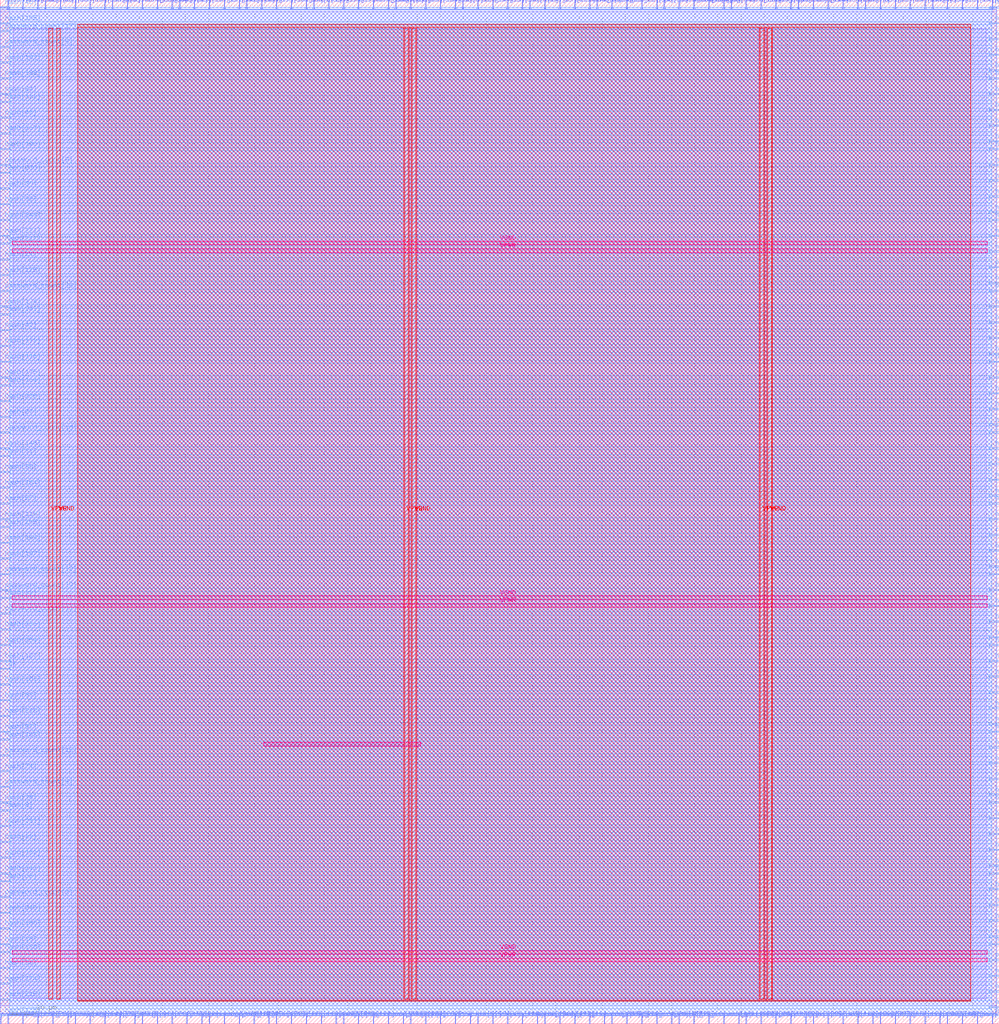
<source format=lef>
VERSION 5.7 ;
  NOWIREEXTENSIONATPIN ON ;
  DIVIDERCHAR "/" ;
  BUSBITCHARS "[]" ;
MACRO password_cracker
  CLASS BLOCK ;
  FOREIGN password_cracker ;
  ORIGIN 0.000 0.000 ;
  SIZE 431.480 BY 442.200 ;
  PIN VGND
    DIRECTION INOUT ;
    USE GROUND ;
    PORT
      LAYER met4 ;
        RECT 24.340 10.640 25.940 430.000 ;
    END
    PORT
      LAYER met4 ;
        RECT 177.940 10.640 179.540 430.000 ;
    END
    PORT
      LAYER met4 ;
        RECT 331.540 10.640 333.140 430.000 ;
    END
    PORT
      LAYER met5 ;
        RECT 5.280 30.030 426.200 31.630 ;
    END
    PORT
      LAYER met5 ;
        RECT 5.280 183.210 426.200 184.810 ;
    END
    PORT
      LAYER met5 ;
        RECT 5.280 336.390 426.200 337.990 ;
    END
  END VGND
  PIN VPWR
    DIRECTION INOUT ;
    USE POWER ;
    PORT
      LAYER met4 ;
        RECT 21.040 10.640 22.640 430.000 ;
    END
    PORT
      LAYER met4 ;
        RECT 174.640 10.640 176.240 430.000 ;
    END
    PORT
      LAYER met4 ;
        RECT 328.240 10.640 329.840 430.000 ;
    END
    PORT
      LAYER met5 ;
        RECT 5.280 26.730 426.200 28.330 ;
    END
    PORT
      LAYER met5 ;
        RECT 5.280 179.910 426.200 181.510 ;
    END
    PORT
      LAYER met5 ;
        RECT 5.280 333.090 426.200 334.690 ;
    END
  END VPWR
  PIN clk
    DIRECTION INPUT ;
    USE SIGNAL ;
    PORT
      LAYER met3 ;
        RECT 0.000 153.040 4.000 153.640 ;
    END
  END clk
  PIN cracked
    DIRECTION OUTPUT TRISTATE ;
    USE SIGNAL ;
    PORT
      LAYER met3 ;
        RECT 427.480 255.040 431.480 255.640 ;
    END
  END cracked
  PIN done
    DIRECTION OUTPUT TRISTATE ;
    USE SIGNAL ;
    PORT
      LAYER met2 ;
        RECT 196.510 0.000 196.790 4.000 ;
    END
  END done
  PIN hash[0]
    DIRECTION INPUT ;
    USE SIGNAL ;
    PORT
      LAYER met3 ;
        RECT 427.480 302.640 431.480 303.240 ;
    END
  END hash[0]
  PIN hash[100]
    DIRECTION INPUT ;
    USE SIGNAL ;
    PORT
      LAYER met2 ;
        RECT 177.190 0.000 177.470 4.000 ;
    END
  END hash[100]
  PIN hash[101]
    DIRECTION INPUT ;
    USE SIGNAL ;
    PORT
      LAYER met3 ;
        RECT 0.000 146.240 4.000 146.840 ;
    END
  END hash[101]
  PIN hash[102]
    DIRECTION INPUT ;
    USE SIGNAL ;
    PORT
      LAYER met2 ;
        RECT 119.230 438.200 119.510 442.200 ;
    END
  END hash[102]
  PIN hash[103]
    DIRECTION INPUT ;
    USE SIGNAL ;
    PORT
      LAYER met3 ;
        RECT 0.000 122.440 4.000 123.040 ;
    END
  END hash[103]
  PIN hash[104]
    DIRECTION INPUT ;
    USE SIGNAL ;
    PORT
      LAYER met3 ;
        RECT 0.000 275.440 4.000 276.040 ;
    END
  END hash[104]
  PIN hash[105]
    DIRECTION INPUT ;
    USE SIGNAL ;
    PORT
      LAYER met3 ;
        RECT 0.000 431.840 4.000 432.440 ;
    END
  END hash[105]
  PIN hash[106]
    DIRECTION INPUT ;
    USE SIGNAL ;
    PORT
      LAYER met3 ;
        RECT 427.480 248.240 431.480 248.840 ;
    END
  END hash[106]
  PIN hash[107]
    DIRECTION INPUT ;
    USE SIGNAL ;
    PORT
      LAYER met2 ;
        RECT 83.810 438.200 84.090 442.200 ;
    END
  END hash[107]
  PIN hash[108]
    DIRECTION INPUT ;
    USE SIGNAL ;
    PORT
      LAYER met2 ;
        RECT 67.710 438.200 67.990 442.200 ;
    END
  END hash[108]
  PIN hash[109]
    DIRECTION INPUT ;
    USE SIGNAL ;
    PORT
      LAYER met3 ;
        RECT 0.000 207.440 4.000 208.040 ;
    END
  END hash[109]
  PIN hash[10]
    DIRECTION INPUT ;
    USE SIGNAL ;
    PORT
      LAYER met2 ;
        RECT 219.050 438.200 219.330 442.200 ;
    END
  END hash[10]
  PIN hash[110]
    DIRECTION INPUT ;
    USE SIGNAL ;
    PORT
      LAYER met3 ;
        RECT 0.000 217.640 4.000 218.240 ;
    END
  END hash[110]
  PIN hash[111]
    DIRECTION INPUT ;
    USE SIGNAL ;
    PORT
      LAYER met3 ;
        RECT 427.480 187.040 431.480 187.640 ;
    END
  END hash[111]
  PIN hash[112]
    DIRECTION INPUT ;
    USE SIGNAL ;
    PORT
      LAYER met2 ;
        RECT 322.090 438.200 322.370 442.200 ;
    END
  END hash[112]
  PIN hash[113]
    DIRECTION INPUT ;
    USE SIGNAL ;
    PORT
      LAYER met3 ;
        RECT 427.480 258.440 431.480 259.040 ;
    END
  END hash[113]
  PIN hash[114]
    DIRECTION INPUT ;
    USE SIGNAL ;
    PORT
      LAYER met2 ;
        RECT 103.130 438.200 103.410 442.200 ;
    END
  END hash[114]
  PIN hash[115]
    DIRECTION INPUT ;
    USE SIGNAL ;
    PORT
      LAYER met2 ;
        RECT 421.910 0.000 422.190 4.000 ;
    END
  END hash[115]
  PIN hash[116]
    DIRECTION INPUT ;
    USE SIGNAL ;
    PORT
      LAYER met3 ;
        RECT 0.000 285.640 4.000 286.240 ;
    END
  END hash[116]
  PIN hash[117]
    DIRECTION INPUT ;
    USE SIGNAL ;
    PORT
      LAYER met3 ;
        RECT 427.480 278.840 431.480 279.440 ;
    END
  END hash[117]
  PIN hash[118]
    DIRECTION INPUT ;
    USE SIGNAL ;
    PORT
      LAYER met3 ;
        RECT 427.480 163.240 431.480 163.840 ;
    END
  END hash[118]
  PIN hash[119]
    DIRECTION INPUT ;
    USE SIGNAL ;
    PORT
      LAYER met2 ;
        RECT 132.110 0.000 132.390 4.000 ;
    END
  END hash[119]
  PIN hash[11]
    DIRECTION INPUT ;
    USE SIGNAL ;
    PORT
      LAYER met2 ;
        RECT 409.030 438.200 409.310 442.200 ;
    END
  END hash[11]
  PIN hash[120]
    DIRECTION INPUT ;
    USE SIGNAL ;
    PORT
      LAYER met2 ;
        RECT 51.610 0.000 51.890 4.000 ;
    END
  END hash[120]
  PIN hash[121]
    DIRECTION INPUT ;
    USE SIGNAL ;
    PORT
      LAYER met2 ;
        RECT 74.150 438.200 74.430 442.200 ;
    END
  END hash[121]
  PIN hash[122]
    DIRECTION INPUT ;
    USE SIGNAL ;
    PORT
      LAYER met2 ;
        RECT 9.750 438.200 10.030 442.200 ;
    END
  END hash[122]
  PIN hash[123]
    DIRECTION INPUT ;
    USE SIGNAL ;
    PORT
      LAYER met2 ;
        RECT 264.130 438.200 264.410 442.200 ;
    END
  END hash[123]
  PIN hash[124]
    DIRECTION INPUT ;
    USE SIGNAL ;
    PORT
      LAYER met2 ;
        RECT 293.110 0.000 293.390 4.000 ;
    END
  END hash[124]
  PIN hash[125]
    DIRECTION INPUT ;
    USE SIGNAL ;
    PORT
      LAYER met3 ;
        RECT 0.000 323.040 4.000 323.640 ;
    END
  END hash[125]
  PIN hash[126]
    DIRECTION INPUT ;
    USE SIGNAL ;
    PORT
      LAYER met3 ;
        RECT 427.480 20.440 431.480 21.040 ;
    END
  END hash[126]
  PIN hash[127]
    DIRECTION INPUT ;
    USE SIGNAL ;
    PORT
      LAYER met3 ;
        RECT 0.000 156.440 4.000 157.040 ;
    END
  END hash[127]
  PIN hash[128]
    DIRECTION INPUT ;
    USE SIGNAL ;
    PORT
      LAYER met2 ;
        RECT 318.870 0.000 319.150 4.000 ;
    END
  END hash[128]
  PIN hash[129]
    DIRECTION INPUT ;
    USE SIGNAL ;
    PORT
      LAYER met3 ;
        RECT 427.480 309.440 431.480 310.040 ;
    END
  END hash[129]
  PIN hash[12]
    DIRECTION INPUT ;
    USE SIGNAL ;
    PORT
      LAYER met2 ;
        RECT 392.930 0.000 393.210 4.000 ;
    END
  END hash[12]
  PIN hash[130]
    DIRECTION INPUT ;
    USE SIGNAL ;
    PORT
      LAYER met3 ;
        RECT 0.000 30.640 4.000 31.240 ;
    END
  END hash[130]
  PIN hash[131]
    DIRECTION INPUT ;
    USE SIGNAL ;
    PORT
      LAYER met2 ;
        RECT 231.930 0.000 232.210 4.000 ;
    END
  END hash[131]
  PIN hash[132]
    DIRECTION INPUT ;
    USE SIGNAL ;
    PORT
      LAYER met3 ;
        RECT 0.000 397.840 4.000 398.440 ;
    END
  END hash[132]
  PIN hash[133]
    DIRECTION INPUT ;
    USE SIGNAL ;
    PORT
      LAYER met3 ;
        RECT 427.480 411.440 431.480 412.040 ;
    END
  END hash[133]
  PIN hash[134]
    DIRECTION INPUT ;
    USE SIGNAL ;
    PORT
      LAYER met3 ;
        RECT 0.000 309.440 4.000 310.040 ;
    END
  END hash[134]
  PIN hash[135]
    DIRECTION INPUT ;
    USE SIGNAL ;
    PORT
      LAYER met3 ;
        RECT 0.000 3.440 4.000 4.040 ;
    END
  END hash[135]
  PIN hash[136]
    DIRECTION INPUT ;
    USE SIGNAL ;
    PORT
      LAYER met2 ;
        RECT 399.370 0.000 399.650 4.000 ;
    END
  END hash[136]
  PIN hash[137]
    DIRECTION INPUT ;
    USE SIGNAL ;
    PORT
      LAYER met2 ;
        RECT 38.730 438.200 39.010 442.200 ;
    END
  END hash[137]
  PIN hash[138]
    DIRECTION INPUT ;
    USE SIGNAL ;
    PORT
      LAYER met3 ;
        RECT 427.480 380.840 431.480 381.440 ;
    END
  END hash[138]
  PIN hash[139]
    DIRECTION INPUT ;
    USE SIGNAL ;
    PORT
      LAYER met2 ;
        RECT 167.530 438.200 167.810 442.200 ;
    END
  END hash[139]
  PIN hash[13]
    DIRECTION INPUT ;
    USE SIGNAL ;
    PORT
      LAYER met2 ;
        RECT 212.610 438.200 212.890 442.200 ;
    END
  END hash[13]
  PIN hash[140]
    DIRECTION INPUT ;
    USE SIGNAL ;
    PORT
      LAYER met3 ;
        RECT 427.480 394.440 431.480 395.040 ;
    END
  END hash[140]
  PIN hash[141]
    DIRECTION INPUT ;
    USE SIGNAL ;
    PORT
      LAYER met2 ;
        RECT 96.690 438.200 96.970 442.200 ;
    END
  END hash[141]
  PIN hash[142]
    DIRECTION INPUT ;
    USE SIGNAL ;
    PORT
      LAYER met2 ;
        RECT 260.910 0.000 261.190 4.000 ;
    END
  END hash[142]
  PIN hash[143]
    DIRECTION INPUT ;
    USE SIGNAL ;
    PORT
      LAYER met2 ;
        RECT 363.950 0.000 364.230 4.000 ;
    END
  END hash[143]
  PIN hash[144]
    DIRECTION INPUT ;
    USE SIGNAL ;
    PORT
      LAYER met2 ;
        RECT 206.170 438.200 206.450 442.200 ;
    END
  END hash[144]
  PIN hash[145]
    DIRECTION INPUT ;
    USE SIGNAL ;
    PORT
      LAYER met3 ;
        RECT 427.480 6.840 431.480 7.440 ;
    END
  END hash[145]
  PIN hash[146]
    DIRECTION INPUT ;
    USE SIGNAL ;
    PORT
      LAYER met3 ;
        RECT 427.480 431.840 431.480 432.440 ;
    END
  END hash[146]
  PIN hash[147]
    DIRECTION INPUT ;
    USE SIGNAL ;
    PORT
      LAYER met3 ;
        RECT 427.480 193.840 431.480 194.440 ;
    END
  END hash[147]
  PIN hash[148]
    DIRECTION INPUT ;
    USE SIGNAL ;
    PORT
      LAYER met3 ;
        RECT 0.000 248.240 4.000 248.840 ;
    END
  END hash[148]
  PIN hash[149]
    DIRECTION INPUT ;
    USE SIGNAL ;
    PORT
      LAYER met2 ;
        RECT 138.550 0.000 138.830 4.000 ;
    END
  END hash[149]
  PIN hash[14]
    DIRECTION INPUT ;
    USE SIGNAL ;
    PORT
      LAYER met2 ;
        RECT 277.010 438.200 277.290 442.200 ;
    END
  END hash[14]
  PIN hash[150]
    DIRECTION INPUT ;
    USE SIGNAL ;
    PORT
      LAYER met3 ;
        RECT 427.480 346.840 431.480 347.440 ;
    END
  END hash[150]
  PIN hash[151]
    DIRECTION INPUT ;
    USE SIGNAL ;
    PORT
      LAYER met3 ;
        RECT 427.480 285.640 431.480 286.240 ;
    END
  END hash[151]
  PIN hash[152]
    DIRECTION INPUT ;
    USE SIGNAL ;
    PORT
      LAYER met3 ;
        RECT 0.000 71.440 4.000 72.040 ;
    END
  END hash[152]
  PIN hash[153]
    DIRECTION INPUT ;
    USE SIGNAL ;
    PORT
      LAYER met2 ;
        RECT 380.050 0.000 380.330 4.000 ;
    END
  END hash[153]
  PIN hash[154]
    DIRECTION INPUT ;
    USE SIGNAL ;
    PORT
      LAYER met2 ;
        RECT 161.090 438.200 161.370 442.200 ;
    END
  END hash[154]
  PIN hash[155]
    DIRECTION INPUT ;
    USE SIGNAL ;
    PORT
      LAYER met2 ;
        RECT 135.330 438.200 135.610 442.200 ;
    END
  END hash[155]
  PIN hash[156]
    DIRECTION INPUT ;
    USE SIGNAL ;
    PORT
      LAYER met2 ;
        RECT 109.570 0.000 109.850 4.000 ;
    END
  END hash[156]
  PIN hash[157]
    DIRECTION INPUT ;
    USE SIGNAL ;
    PORT
      LAYER met3 ;
        RECT 427.480 350.240 431.480 350.840 ;
    END
  END hash[157]
  PIN hash[158]
    DIRECTION INPUT ;
    USE SIGNAL ;
    PORT
      LAYER met3 ;
        RECT 427.480 88.440 431.480 89.040 ;
    END
  END hash[158]
  PIN hash[159]
    DIRECTION INPUT ;
    USE SIGNAL ;
    PORT
      LAYER met2 ;
        RECT 370.390 0.000 370.670 4.000 ;
    END
  END hash[159]
  PIN hash[15]
    DIRECTION INPUT ;
    USE SIGNAL ;
    PORT
      LAYER met2 ;
        RECT 351.070 0.000 351.350 4.000 ;
    END
  END hash[15]
  PIN hash[160]
    DIRECTION INPUT ;
    USE SIGNAL ;
    PORT
      LAYER met3 ;
        RECT 427.480 51.040 431.480 51.640 ;
    END
  END hash[160]
  PIN hash[161]
    DIRECTION INPUT ;
    USE SIGNAL ;
    PORT
      LAYER met3 ;
        RECT 427.480 418.240 431.480 418.840 ;
    END
  END hash[161]
  PIN hash[162]
    DIRECTION INPUT ;
    USE SIGNAL ;
    PORT
      LAYER met2 ;
        RECT 16.190 438.200 16.470 442.200 ;
    END
  END hash[162]
  PIN hash[163]
    DIRECTION INPUT ;
    USE SIGNAL ;
    PORT
      LAYER met3 ;
        RECT 427.480 68.040 431.480 68.640 ;
    END
  END hash[163]
  PIN hash[164]
    DIRECTION INPUT ;
    USE SIGNAL ;
    PORT
      LAYER met3 ;
        RECT 0.000 231.240 4.000 231.840 ;
    END
  END hash[164]
  PIN hash[165]
    DIRECTION INPUT ;
    USE SIGNAL ;
    PORT
      LAYER met2 ;
        RECT 334.970 438.200 335.250 442.200 ;
    END
  END hash[165]
  PIN hash[166]
    DIRECTION INPUT ;
    USE SIGNAL ;
    PORT
      LAYER met2 ;
        RECT 96.690 0.000 96.970 4.000 ;
    END
  END hash[166]
  PIN hash[167]
    DIRECTION INPUT ;
    USE SIGNAL ;
    PORT
      LAYER met2 ;
        RECT 106.350 438.200 106.630 442.200 ;
    END
  END hash[167]
  PIN hash[168]
    DIRECTION INPUT ;
    USE SIGNAL ;
    PORT
      LAYER met2 ;
        RECT 183.630 438.200 183.910 442.200 ;
    END
  END hash[168]
  PIN hash[169]
    DIRECTION INPUT ;
    USE SIGNAL ;
    PORT
      LAYER met3 ;
        RECT 427.480 234.640 431.480 235.240 ;
    END
  END hash[169]
  PIN hash[16]
    DIRECTION INPUT ;
    USE SIGNAL ;
    PORT
      LAYER met2 ;
        RECT 190.070 0.000 190.350 4.000 ;
    END
  END hash[16]
  PIN hash[170]
    DIRECTION INPUT ;
    USE SIGNAL ;
    PORT
      LAYER met3 ;
        RECT 427.480 74.840 431.480 75.440 ;
    END
  END hash[170]
  PIN hash[171]
    DIRECTION INPUT ;
    USE SIGNAL ;
    PORT
      LAYER met2 ;
        RECT 116.010 0.000 116.290 4.000 ;
    END
  END hash[171]
  PIN hash[172]
    DIRECTION INPUT ;
    USE SIGNAL ;
    PORT
      LAYER met2 ;
        RECT 373.610 438.200 373.890 442.200 ;
    END
  END hash[172]
  PIN hash[173]
    DIRECTION INPUT ;
    USE SIGNAL ;
    PORT
      LAYER met2 ;
        RECT 141.770 438.200 142.050 442.200 ;
    END
  END hash[173]
  PIN hash[174]
    DIRECTION INPUT ;
    USE SIGNAL ;
    PORT
      LAYER met3 ;
        RECT 0.000 17.040 4.000 17.640 ;
    END
  END hash[174]
  PIN hash[175]
    DIRECTION INPUT ;
    USE SIGNAL ;
    PORT
      LAYER met3 ;
        RECT 0.000 278.840 4.000 279.440 ;
    END
  END hash[175]
  PIN hash[176]
    DIRECTION INPUT ;
    USE SIGNAL ;
    PORT
      LAYER met3 ;
        RECT 427.480 377.440 431.480 378.040 ;
    END
  END hash[176]
  PIN hash[177]
    DIRECTION INPUT ;
    USE SIGNAL ;
    PORT
      LAYER met2 ;
        RECT 154.650 0.000 154.930 4.000 ;
    END
  END hash[177]
  PIN hash[178]
    DIRECTION INPUT ;
    USE SIGNAL ;
    PORT
      LAYER met3 ;
        RECT 427.480 125.840 431.480 126.440 ;
    END
  END hash[178]
  PIN hash[179]
    DIRECTION INPUT ;
    USE SIGNAL ;
    PORT
      LAYER met3 ;
        RECT 0.000 292.440 4.000 293.040 ;
    END
  END hash[179]
  PIN hash[17]
    DIRECTION INPUT ;
    USE SIGNAL ;
    PORT
      LAYER met2 ;
        RECT 148.210 438.200 148.490 442.200 ;
    END
  END hash[17]
  PIN hash[180]
    DIRECTION INPUT ;
    USE SIGNAL ;
    PORT
      LAYER met3 ;
        RECT 427.480 129.240 431.480 129.840 ;
    END
  END hash[180]
  PIN hash[181]
    DIRECTION INPUT ;
    USE SIGNAL ;
    PORT
      LAYER met2 ;
        RECT 103.130 0.000 103.410 4.000 ;
    END
  END hash[181]
  PIN hash[182]
    DIRECTION INPUT ;
    USE SIGNAL ;
    PORT
      LAYER met3 ;
        RECT 427.480 136.040 431.480 136.640 ;
    END
  END hash[182]
  PIN hash[183]
    DIRECTION INPUT ;
    USE SIGNAL ;
    PORT
      LAYER met2 ;
        RECT 199.730 438.200 200.010 442.200 ;
    END
  END hash[183]
  PIN hash[184]
    DIRECTION INPUT ;
    USE SIGNAL ;
    PORT
      LAYER met2 ;
        RECT 428.350 438.200 428.630 442.200 ;
    END
  END hash[184]
  PIN hash[185]
    DIRECTION INPUT ;
    USE SIGNAL ;
    PORT
      LAYER met3 ;
        RECT 427.480 387.640 431.480 388.240 ;
    END
  END hash[185]
  PIN hash[186]
    DIRECTION INPUT ;
    USE SIGNAL ;
    PORT
      LAYER met3 ;
        RECT 0.000 40.840 4.000 41.440 ;
    END
  END hash[186]
  PIN hash[187]
    DIRECTION INPUT ;
    USE SIGNAL ;
    PORT
      LAYER met2 ;
        RECT 409.030 0.000 409.310 4.000 ;
    END
  END hash[187]
  PIN hash[188]
    DIRECTION INPUT ;
    USE SIGNAL ;
    PORT
      LAYER met3 ;
        RECT 0.000 408.040 4.000 408.640 ;
    END
  END hash[188]
  PIN hash[189]
    DIRECTION INPUT ;
    USE SIGNAL ;
    PORT
      LAYER met2 ;
        RECT 22.630 0.000 22.910 4.000 ;
    END
  END hash[189]
  PIN hash[18]
    DIRECTION INPUT ;
    USE SIGNAL ;
    PORT
      LAYER met3 ;
        RECT 0.000 34.040 4.000 34.640 ;
    END
  END hash[18]
  PIN hash[190]
    DIRECTION INPUT ;
    USE SIGNAL ;
    PORT
      LAYER met3 ;
        RECT 0.000 377.440 4.000 378.040 ;
    END
  END hash[190]
  PIN hash[191]
    DIRECTION INPUT ;
    USE SIGNAL ;
    PORT
      LAYER met2 ;
        RECT 90.250 438.200 90.530 442.200 ;
    END
  END hash[191]
  PIN hash[192]
    DIRECTION INPUT ;
    USE SIGNAL ;
    PORT
      LAYER met3 ;
        RECT 0.000 414.840 4.000 415.440 ;
    END
  END hash[192]
  PIN hash[193]
    DIRECTION INPUT ;
    USE SIGNAL ;
    PORT
      LAYER met2 ;
        RECT 402.590 438.200 402.870 442.200 ;
    END
  END hash[193]
  PIN hash[194]
    DIRECTION INPUT ;
    USE SIGNAL ;
    PORT
      LAYER met3 ;
        RECT 427.480 13.640 431.480 14.240 ;
    END
  END hash[194]
  PIN hash[195]
    DIRECTION INPUT ;
    USE SIGNAL ;
    PORT
      LAYER met3 ;
        RECT 427.480 295.840 431.480 296.440 ;
    END
  END hash[195]
  PIN hash[196]
    DIRECTION INPUT ;
    USE SIGNAL ;
    PORT
      LAYER met3 ;
        RECT 427.480 112.240 431.480 112.840 ;
    END
  END hash[196]
  PIN hash[197]
    DIRECTION INPUT ;
    USE SIGNAL ;
    PORT
      LAYER met3 ;
        RECT 0.000 200.640 4.000 201.240 ;
    END
  END hash[197]
  PIN hash[198]
    DIRECTION INPUT ;
    USE SIGNAL ;
    PORT
      LAYER met2 ;
        RECT 225.490 438.200 225.770 442.200 ;
    END
  END hash[198]
  PIN hash[199]
    DIRECTION INPUT ;
    USE SIGNAL ;
    PORT
      LAYER met2 ;
        RECT 74.150 0.000 74.430 4.000 ;
    END
  END hash[199]
  PIN hash[19]
    DIRECTION INPUT ;
    USE SIGNAL ;
    PORT
      LAYER met2 ;
        RECT 248.030 0.000 248.310 4.000 ;
    END
  END hash[19]
  PIN hash[1]
    DIRECTION INPUT ;
    USE SIGNAL ;
    PORT
      LAYER met2 ;
        RECT 312.430 0.000 312.710 4.000 ;
    END
  END hash[1]
  PIN hash[200]
    DIRECTION INPUT ;
    USE SIGNAL ;
    PORT
      LAYER met2 ;
        RECT 392.930 438.200 393.210 442.200 ;
    END
  END hash[200]
  PIN hash[201]
    DIRECTION INPUT ;
    USE SIGNAL ;
    PORT
      LAYER met2 ;
        RECT 132.110 438.200 132.390 442.200 ;
    END
  END hash[201]
  PIN hash[202]
    DIRECTION INPUT ;
    USE SIGNAL ;
    PORT
      LAYER met2 ;
        RECT 183.630 0.000 183.910 4.000 ;
    END
  END hash[202]
  PIN hash[203]
    DIRECTION INPUT ;
    USE SIGNAL ;
    PORT
      LAYER met3 ;
        RECT 427.480 3.440 431.480 4.040 ;
    END
  END hash[203]
  PIN hash[204]
    DIRECTION INPUT ;
    USE SIGNAL ;
    PORT
      LAYER met2 ;
        RECT 405.810 0.000 406.090 4.000 ;
    END
  END hash[204]
  PIN hash[205]
    DIRECTION INPUT ;
    USE SIGNAL ;
    PORT
      LAYER met3 ;
        RECT 0.000 214.240 4.000 214.840 ;
    END
  END hash[205]
  PIN hash[206]
    DIRECTION INPUT ;
    USE SIGNAL ;
    PORT
      LAYER met3 ;
        RECT 427.480 340.040 431.480 340.640 ;
    END
  END hash[206]
  PIN hash[207]
    DIRECTION INPUT ;
    USE SIGNAL ;
    PORT
      LAYER met3 ;
        RECT 0.000 384.240 4.000 384.840 ;
    END
  END hash[207]
  PIN hash[208]
    DIRECTION INPUT ;
    USE SIGNAL ;
    PORT
      LAYER met3 ;
        RECT 427.480 44.240 431.480 44.840 ;
    END
  END hash[208]
  PIN hash[209]
    DIRECTION INPUT ;
    USE SIGNAL ;
    PORT
      LAYER met2 ;
        RECT 219.050 0.000 219.330 4.000 ;
    END
  END hash[209]
  PIN hash[20]
    DIRECTION INPUT ;
    USE SIGNAL ;
    PORT
      LAYER met2 ;
        RECT 328.530 438.200 328.810 442.200 ;
    END
  END hash[20]
  PIN hash[210]
    DIRECTION INPUT ;
    USE SIGNAL ;
    PORT
      LAYER met2 ;
        RECT 257.690 438.200 257.970 442.200 ;
    END
  END hash[210]
  PIN hash[211]
    DIRECTION INPUT ;
    USE SIGNAL ;
    PORT
      LAYER met2 ;
        RECT 67.710 0.000 67.990 4.000 ;
    END
  END hash[211]
  PIN hash[212]
    DIRECTION INPUT ;
    USE SIGNAL ;
    PORT
      LAYER met2 ;
        RECT 241.590 0.000 241.870 4.000 ;
    END
  END hash[212]
  PIN hash[213]
    DIRECTION INPUT ;
    USE SIGNAL ;
    PORT
      LAYER met2 ;
        RECT 334.970 0.000 335.250 4.000 ;
    END
  END hash[213]
  PIN hash[214]
    DIRECTION INPUT ;
    USE SIGNAL ;
    PORT
      LAYER met3 ;
        RECT 427.480 37.440 431.480 38.040 ;
    END
  END hash[214]
  PIN hash[215]
    DIRECTION INPUT ;
    USE SIGNAL ;
    PORT
      LAYER met3 ;
        RECT 0.000 10.240 4.000 10.840 ;
    END
  END hash[215]
  PIN hash[216]
    DIRECTION INPUT ;
    USE SIGNAL ;
    PORT
      LAYER met3 ;
        RECT 427.480 241.440 431.480 242.040 ;
    END
  END hash[216]
  PIN hash[217]
    DIRECTION INPUT ;
    USE SIGNAL ;
    PORT
      LAYER met3 ;
        RECT 0.000 336.640 4.000 337.240 ;
    END
  END hash[217]
  PIN hash[218]
    DIRECTION INPUT ;
    USE SIGNAL ;
    PORT
      LAYER met3 ;
        RECT 0.000 132.640 4.000 133.240 ;
    END
  END hash[218]
  PIN hash[219]
    DIRECTION INPUT ;
    USE SIGNAL ;
    PORT
      LAYER met2 ;
        RECT 341.410 438.200 341.690 442.200 ;
    END
  END hash[219]
  PIN hash[21]
    DIRECTION INPUT ;
    USE SIGNAL ;
    PORT
      LAYER met2 ;
        RECT 283.450 0.000 283.730 4.000 ;
    END
  END hash[21]
  PIN hash[220]
    DIRECTION INPUT ;
    USE SIGNAL ;
    PORT
      LAYER met2 ;
        RECT 363.950 438.200 364.230 442.200 ;
    END
  END hash[220]
  PIN hash[221]
    DIRECTION INPUT ;
    USE SIGNAL ;
    PORT
      LAYER met3 ;
        RECT 0.000 340.040 4.000 340.640 ;
    END
  END hash[221]
  PIN hash[222]
    DIRECTION INPUT ;
    USE SIGNAL ;
    PORT
      LAYER met3 ;
        RECT 427.480 57.840 431.480 58.440 ;
    END
  END hash[222]
  PIN hash[223]
    DIRECTION INPUT ;
    USE SIGNAL ;
    PORT
      LAYER met3 ;
        RECT 427.480 204.040 431.480 204.640 ;
    END
  END hash[223]
  PIN hash[224]
    DIRECTION INPUT ;
    USE SIGNAL ;
    PORT
      LAYER met3 ;
        RECT 427.480 227.840 431.480 228.440 ;
    END
  END hash[224]
  PIN hash[225]
    DIRECTION INPUT ;
    USE SIGNAL ;
    PORT
      LAYER met2 ;
        RECT 61.270 438.200 61.550 442.200 ;
    END
  END hash[225]
  PIN hash[226]
    DIRECTION INPUT ;
    USE SIGNAL ;
    PORT
      LAYER met3 ;
        RECT 427.480 425.040 431.480 425.640 ;
    END
  END hash[226]
  PIN hash[227]
    DIRECTION INPUT ;
    USE SIGNAL ;
    PORT
      LAYER met2 ;
        RECT 241.590 438.200 241.870 442.200 ;
    END
  END hash[227]
  PIN hash[228]
    DIRECTION INPUT ;
    USE SIGNAL ;
    PORT
      LAYER met2 ;
        RECT 167.530 0.000 167.810 4.000 ;
    END
  END hash[228]
  PIN hash[229]
    DIRECTION INPUT ;
    USE SIGNAL ;
    PORT
      LAYER met3 ;
        RECT 427.480 272.040 431.480 272.640 ;
    END
  END hash[229]
  PIN hash[22]
    DIRECTION INPUT ;
    USE SIGNAL ;
    PORT
      LAYER met2 ;
        RECT 380.050 438.200 380.330 442.200 ;
    END
  END hash[22]
  PIN hash[230]
    DIRECTION INPUT ;
    USE SIGNAL ;
    PORT
      LAYER met3 ;
        RECT 0.000 170.040 4.000 170.640 ;
    END
  END hash[230]
  PIN hash[231]
    DIRECTION INPUT ;
    USE SIGNAL ;
    PORT
      LAYER met2 ;
        RECT 170.750 438.200 171.030 442.200 ;
    END
  END hash[231]
  PIN hash[232]
    DIRECTION INPUT ;
    USE SIGNAL ;
    PORT
      LAYER met2 ;
        RECT 173.970 0.000 174.250 4.000 ;
    END
  END hash[232]
  PIN hash[233]
    DIRECTION INPUT ;
    USE SIGNAL ;
    PORT
      LAYER met2 ;
        RECT 347.850 0.000 348.130 4.000 ;
    END
  END hash[233]
  PIN hash[234]
    DIRECTION INPUT ;
    USE SIGNAL ;
    PORT
      LAYER met3 ;
        RECT 427.480 265.240 431.480 265.840 ;
    END
  END hash[234]
  PIN hash[235]
    DIRECTION INPUT ;
    USE SIGNAL ;
    PORT
      LAYER met2 ;
        RECT 376.830 0.000 377.110 4.000 ;
    END
  END hash[235]
  PIN hash[236]
    DIRECTION INPUT ;
    USE SIGNAL ;
    PORT
      LAYER met3 ;
        RECT 0.000 367.240 4.000 367.840 ;
    END
  END hash[236]
  PIN hash[237]
    DIRECTION INPUT ;
    USE SIGNAL ;
    PORT
      LAYER met2 ;
        RECT 9.750 0.000 10.030 4.000 ;
    END
  END hash[237]
  PIN hash[238]
    DIRECTION INPUT ;
    USE SIGNAL ;
    PORT
      LAYER met3 ;
        RECT 0.000 268.640 4.000 269.240 ;
    END
  END hash[238]
  PIN hash[239]
    DIRECTION INPUT ;
    USE SIGNAL ;
    PORT
      LAYER met2 ;
        RECT 148.210 0.000 148.490 4.000 ;
    END
  END hash[239]
  PIN hash[23]
    DIRECTION INPUT ;
    USE SIGNAL ;
    PORT
      LAYER met3 ;
        RECT 427.480 319.640 431.480 320.240 ;
    END
  END hash[23]
  PIN hash[240]
    DIRECTION INPUT ;
    USE SIGNAL ;
    PORT
      LAYER met2 ;
        RECT 270.570 0.000 270.850 4.000 ;
    END
  END hash[240]
  PIN hash[241]
    DIRECTION INPUT ;
    USE SIGNAL ;
    PORT
      LAYER met3 ;
        RECT 0.000 306.040 4.000 306.640 ;
    END
  END hash[241]
  PIN hash[242]
    DIRECTION INPUT ;
    USE SIGNAL ;
    PORT
      LAYER met3 ;
        RECT 0.000 64.640 4.000 65.240 ;
    END
  END hash[242]
  PIN hash[243]
    DIRECTION INPUT ;
    USE SIGNAL ;
    PORT
      LAYER met3 ;
        RECT 427.480 81.640 431.480 82.240 ;
    END
  END hash[243]
  PIN hash[244]
    DIRECTION INPUT ;
    USE SIGNAL ;
    PORT
      LAYER met3 ;
        RECT 427.480 149.640 431.480 150.240 ;
    END
  END hash[244]
  PIN hash[245]
    DIRECTION INPUT ;
    USE SIGNAL ;
    PORT
      LAYER met3 ;
        RECT 0.000 47.640 4.000 48.240 ;
    END
  END hash[245]
  PIN hash[246]
    DIRECTION INPUT ;
    USE SIGNAL ;
    PORT
      LAYER met2 ;
        RECT 351.070 438.200 351.350 442.200 ;
    END
  END hash[246]
  PIN hash[247]
    DIRECTION INPUT ;
    USE SIGNAL ;
    PORT
      LAYER met2 ;
        RECT 228.710 438.200 228.990 442.200 ;
    END
  END hash[247]
  PIN hash[248]
    DIRECTION INPUT ;
    USE SIGNAL ;
    PORT
      LAYER met3 ;
        RECT 427.480 142.840 431.480 143.440 ;
    END
  END hash[248]
  PIN hash[249]
    DIRECTION INPUT ;
    USE SIGNAL ;
    PORT
      LAYER met3 ;
        RECT 0.000 346.840 4.000 347.440 ;
    END
  END hash[249]
  PIN hash[24]
    DIRECTION INPUT ;
    USE SIGNAL ;
    PORT
      LAYER met3 ;
        RECT 0.000 329.840 4.000 330.440 ;
    END
  END hash[24]
  PIN hash[250]
    DIRECTION INPUT ;
    USE SIGNAL ;
    PORT
      LAYER met2 ;
        RECT 264.130 0.000 264.410 4.000 ;
    END
  END hash[250]
  PIN hash[251]
    DIRECTION INPUT ;
    USE SIGNAL ;
    PORT
      LAYER met3 ;
        RECT 0.000 85.040 4.000 85.640 ;
    END
  END hash[251]
  PIN hash[252]
    DIRECTION INPUT ;
    USE SIGNAL ;
    PORT
      LAYER met2 ;
        RECT 3.310 438.200 3.590 442.200 ;
    END
  END hash[252]
  PIN hash[253]
    DIRECTION INPUT ;
    USE SIGNAL ;
    PORT
      LAYER met2 ;
        RECT 45.170 438.200 45.450 442.200 ;
    END
  END hash[253]
  PIN hash[254]
    DIRECTION INPUT ;
    USE SIGNAL ;
    PORT
      LAYER met3 ;
        RECT 0.000 163.240 4.000 163.840 ;
    END
  END hash[254]
  PIN hash[255]
    DIRECTION INPUT ;
    USE SIGNAL ;
    PORT
      LAYER met2 ;
        RECT 299.550 438.200 299.830 442.200 ;
    END
  END hash[255]
  PIN hash[25]
    DIRECTION INPUT ;
    USE SIGNAL ;
    PORT
      LAYER met2 ;
        RECT 45.170 0.000 45.450 4.000 ;
    END
  END hash[25]
  PIN hash[26]
    DIRECTION INPUT ;
    USE SIGNAL ;
    PORT
      LAYER met3 ;
        RECT 0.000 95.240 4.000 95.840 ;
    END
  END hash[26]
  PIN hash[27]
    DIRECTION INPUT ;
    USE SIGNAL ;
    PORT
      LAYER met3 ;
        RECT 0.000 261.840 4.000 262.440 ;
    END
  END hash[27]
  PIN hash[28]
    DIRECTION INPUT ;
    USE SIGNAL ;
    PORT
      LAYER met3 ;
        RECT 427.480 166.640 431.480 167.240 ;
    END
  END hash[28]
  PIN hash[29]
    DIRECTION INPUT ;
    USE SIGNAL ;
    PORT
      LAYER met3 ;
        RECT 0.000 78.240 4.000 78.840 ;
    END
  END hash[29]
  PIN hash[2]
    DIRECTION INPUT ;
    USE SIGNAL ;
    PORT
      LAYER met2 ;
        RECT 341.410 0.000 341.690 4.000 ;
    END
  END hash[2]
  PIN hash[30]
    DIRECTION INPUT ;
    USE SIGNAL ;
    PORT
      LAYER met2 ;
        RECT 305.990 438.200 306.270 442.200 ;
    END
  END hash[30]
  PIN hash[31]
    DIRECTION INPUT ;
    USE SIGNAL ;
    PORT
      LAYER met3 ;
        RECT 0.000 244.840 4.000 245.440 ;
    END
  END hash[31]
  PIN hash[32]
    DIRECTION INPUT ;
    USE SIGNAL ;
    PORT
      LAYER met3 ;
        RECT 0.000 353.640 4.000 354.240 ;
    END
  END hash[32]
  PIN hash[33]
    DIRECTION INPUT ;
    USE SIGNAL ;
    PORT
      LAYER met2 ;
        RECT 283.450 438.200 283.730 442.200 ;
    END
  END hash[33]
  PIN hash[34]
    DIRECTION INPUT ;
    USE SIGNAL ;
    PORT
      LAYER met2 ;
        RECT 312.430 438.200 312.710 442.200 ;
    END
  END hash[34]
  PIN hash[35]
    DIRECTION INPUT ;
    USE SIGNAL ;
    PORT
      LAYER met3 ;
        RECT 0.000 238.040 4.000 238.640 ;
    END
  END hash[35]
  PIN hash[36]
    DIRECTION INPUT ;
    USE SIGNAL ;
    PORT
      LAYER met2 ;
        RECT 254.470 438.200 254.750 442.200 ;
    END
  END hash[36]
  PIN hash[37]
    DIRECTION INPUT ;
    USE SIGNAL ;
    PORT
      LAYER met2 ;
        RECT 125.670 438.200 125.950 442.200 ;
    END
  END hash[37]
  PIN hash[38]
    DIRECTION INPUT ;
    USE SIGNAL ;
    PORT
      LAYER met2 ;
        RECT 25.850 438.200 26.130 442.200 ;
    END
  END hash[38]
  PIN hash[39]
    DIRECTION INPUT ;
    USE SIGNAL ;
    PORT
      LAYER met3 ;
        RECT 0.000 183.640 4.000 184.240 ;
    END
  END hash[39]
  PIN hash[3]
    DIRECTION INPUT ;
    USE SIGNAL ;
    PORT
      LAYER met2 ;
        RECT 196.510 438.200 196.790 442.200 ;
    END
  END hash[3]
  PIN hash[40]
    DIRECTION INPUT ;
    USE SIGNAL ;
    PORT
      LAYER met2 ;
        RECT 32.290 0.000 32.570 4.000 ;
    END
  END hash[40]
  PIN hash[41]
    DIRECTION INPUT ;
    USE SIGNAL ;
    PORT
      LAYER met2 ;
        RECT 77.370 438.200 77.650 442.200 ;
    END
  END hash[41]
  PIN hash[42]
    DIRECTION INPUT ;
    USE SIGNAL ;
    PORT
      LAYER met3 ;
        RECT 0.000 299.240 4.000 299.840 ;
    END
  END hash[42]
  PIN hash[43]
    DIRECTION INPUT ;
    USE SIGNAL ;
    PORT
      LAYER met3 ;
        RECT 427.480 197.240 431.480 197.840 ;
    END
  END hash[43]
  PIN hash[44]
    DIRECTION INPUT ;
    USE SIGNAL ;
    PORT
      LAYER met2 ;
        RECT 235.150 0.000 235.430 4.000 ;
    END
  END hash[44]
  PIN hash[45]
    DIRECTION INPUT ;
    USE SIGNAL ;
    PORT
      LAYER met3 ;
        RECT 0.000 391.040 4.000 391.640 ;
    END
  END hash[45]
  PIN hash[46]
    DIRECTION INPUT ;
    USE SIGNAL ;
    PORT
      LAYER met3 ;
        RECT 0.000 438.640 4.000 439.240 ;
    END
  END hash[46]
  PIN hash[47]
    DIRECTION INPUT ;
    USE SIGNAL ;
    PORT
      LAYER met2 ;
        RECT 357.510 0.000 357.790 4.000 ;
    END
  END hash[47]
  PIN hash[48]
    DIRECTION INPUT ;
    USE SIGNAL ;
    PORT
      LAYER met2 ;
        RECT 399.370 438.200 399.650 442.200 ;
    END
  END hash[48]
  PIN hash[49]
    DIRECTION INPUT ;
    USE SIGNAL ;
    PORT
      LAYER met3 ;
        RECT 427.480 363.840 431.480 364.440 ;
    END
  END hash[49]
  PIN hash[4]
    DIRECTION INPUT ;
    USE SIGNAL ;
    PORT
      LAYER met2 ;
        RECT 212.610 0.000 212.890 4.000 ;
    END
  END hash[4]
  PIN hash[50]
    DIRECTION INPUT ;
    USE SIGNAL ;
    PORT
      LAYER met3 ;
        RECT 0.000 23.840 4.000 24.440 ;
    END
  END hash[50]
  PIN hash[51]
    DIRECTION INPUT ;
    USE SIGNAL ;
    PORT
      LAYER met3 ;
        RECT 427.480 34.040 431.480 34.640 ;
    END
  END hash[51]
  PIN hash[52]
    DIRECTION INPUT ;
    USE SIGNAL ;
    PORT
      LAYER met2 ;
        RECT 190.070 438.200 190.350 442.200 ;
    END
  END hash[52]
  PIN hash[53]
    DIRECTION INPUT ;
    USE SIGNAL ;
    PORT
      LAYER met2 ;
        RECT 206.170 0.000 206.450 4.000 ;
    END
  END hash[53]
  PIN hash[54]
    DIRECTION INPUT ;
    USE SIGNAL ;
    PORT
      LAYER met2 ;
        RECT 38.730 0.000 39.010 4.000 ;
    END
  END hash[54]
  PIN hash[55]
    DIRECTION INPUT ;
    USE SIGNAL ;
    PORT
      LAYER met2 ;
        RECT 270.570 438.200 270.850 442.200 ;
    END
  END hash[55]
  PIN hash[56]
    DIRECTION INPUT ;
    USE SIGNAL ;
    PORT
      LAYER met3 ;
        RECT 427.480 180.240 431.480 180.840 ;
    END
  END hash[56]
  PIN hash[57]
    DIRECTION INPUT ;
    USE SIGNAL ;
    PORT
      LAYER met3 ;
        RECT 427.480 333.240 431.480 333.840 ;
    END
  END hash[57]
  PIN hash[58]
    DIRECTION INPUT ;
    USE SIGNAL ;
    PORT
      LAYER met2 ;
        RECT 144.990 0.000 145.270 4.000 ;
    END
  END hash[58]
  PIN hash[59]
    DIRECTION INPUT ;
    USE SIGNAL ;
    PORT
      LAYER met3 ;
        RECT 427.480 438.640 431.480 439.240 ;
    END
  END hash[59]
  PIN hash[5]
    DIRECTION INPUT ;
    USE SIGNAL ;
    PORT
      LAYER met3 ;
        RECT 427.480 119.040 431.480 119.640 ;
    END
  END hash[5]
  PIN hash[60]
    DIRECTION INPUT ;
    USE SIGNAL ;
    PORT
      LAYER met2 ;
        RECT 299.550 0.000 299.830 4.000 ;
    END
  END hash[60]
  PIN hash[61]
    DIRECTION INPUT ;
    USE SIGNAL ;
    PORT
      LAYER met2 ;
        RECT 421.910 438.200 422.190 442.200 ;
    END
  END hash[61]
  PIN hash[62]
    DIRECTION INPUT ;
    USE SIGNAL ;
    PORT
      LAYER met2 ;
        RECT 289.890 0.000 290.170 4.000 ;
    END
  END hash[62]
  PIN hash[63]
    DIRECTION INPUT ;
    USE SIGNAL ;
    PORT
      LAYER met2 ;
        RECT 119.230 0.000 119.510 4.000 ;
    END
  END hash[63]
  PIN hash[64]
    DIRECTION INPUT ;
    USE SIGNAL ;
    PORT
      LAYER met3 ;
        RECT 0.000 401.240 4.000 401.840 ;
    END
  END hash[64]
  PIN hash[65]
    DIRECTION INPUT ;
    USE SIGNAL ;
    PORT
      LAYER met2 ;
        RECT 386.490 0.000 386.770 4.000 ;
    END
  END hash[65]
  PIN hash[66]
    DIRECTION INPUT ;
    USE SIGNAL ;
    PORT
      LAYER met3 ;
        RECT 427.480 64.640 431.480 65.240 ;
    END
  END hash[66]
  PIN hash[67]
    DIRECTION INPUT ;
    USE SIGNAL ;
    PORT
      LAYER met2 ;
        RECT 235.150 438.200 235.430 442.200 ;
    END
  END hash[67]
  PIN hash[68]
    DIRECTION INPUT ;
    USE SIGNAL ;
    PORT
      LAYER met3 ;
        RECT 0.000 61.240 4.000 61.840 ;
    END
  END hash[68]
  PIN hash[69]
    DIRECTION INPUT ;
    USE SIGNAL ;
    PORT
      LAYER met2 ;
        RECT 19.410 438.200 19.690 442.200 ;
    END
  END hash[69]
  PIN hash[6]
    DIRECTION INPUT ;
    USE SIGNAL ;
    PORT
      LAYER met2 ;
        RECT 48.390 438.200 48.670 442.200 ;
    END
  END hash[6]
  PIN hash[70]
    DIRECTION INPUT ;
    USE SIGNAL ;
    PORT
      LAYER met2 ;
        RECT 32.290 438.200 32.570 442.200 ;
    END
  END hash[70]
  PIN hash[71]
    DIRECTION INPUT ;
    USE SIGNAL ;
    PORT
      LAYER met2 ;
        RECT 16.190 0.000 16.470 4.000 ;
    END
  END hash[71]
  PIN hash[72]
    DIRECTION INPUT ;
    USE SIGNAL ;
    PORT
      LAYER met2 ;
        RECT 80.590 0.000 80.870 4.000 ;
    END
  END hash[72]
  PIN hash[73]
    DIRECTION INPUT ;
    USE SIGNAL ;
    PORT
      LAYER met3 ;
        RECT 427.480 173.440 431.480 174.040 ;
    END
  END hash[73]
  PIN hash[74]
    DIRECTION INPUT ;
    USE SIGNAL ;
    PORT
      LAYER met3 ;
        RECT 0.000 108.840 4.000 109.440 ;
    END
  END hash[74]
  PIN hash[75]
    DIRECTION INPUT ;
    USE SIGNAL ;
    PORT
      LAYER met2 ;
        RECT 370.390 438.200 370.670 442.200 ;
    END
  END hash[75]
  PIN hash[76]
    DIRECTION INPUT ;
    USE SIGNAL ;
    PORT
      LAYER met3 ;
        RECT 427.480 408.040 431.480 408.640 ;
    END
  END hash[76]
  PIN hash[77]
    DIRECTION INPUT ;
    USE SIGNAL ;
    PORT
      LAYER met2 ;
        RECT 112.790 438.200 113.070 442.200 ;
    END
  END hash[77]
  PIN hash[78]
    DIRECTION INPUT ;
    USE SIGNAL ;
    PORT
      LAYER met2 ;
        RECT 58.050 0.000 58.330 4.000 ;
    END
  END hash[78]
  PIN hash[79]
    DIRECTION INPUT ;
    USE SIGNAL ;
    PORT
      LAYER met3 ;
        RECT 427.480 217.640 431.480 218.240 ;
    END
  END hash[79]
  PIN hash[7]
    DIRECTION INPUT ;
    USE SIGNAL ;
    PORT
      LAYER met3 ;
        RECT 427.480 401.240 431.480 401.840 ;
    END
  END hash[7]
  PIN hash[80]
    DIRECTION INPUT ;
    USE SIGNAL ;
    PORT
      LAYER met3 ;
        RECT 0.000 360.440 4.000 361.040 ;
    END
  END hash[80]
  PIN hash[81]
    DIRECTION INPUT ;
    USE SIGNAL ;
    PORT
      LAYER met3 ;
        RECT 427.480 289.040 431.480 289.640 ;
    END
  END hash[81]
  PIN hash[82]
    DIRECTION INPUT ;
    USE SIGNAL ;
    PORT
      LAYER met3 ;
        RECT 427.480 98.640 431.480 99.240 ;
    END
  END hash[82]
  PIN hash[83]
    DIRECTION INPUT ;
    USE SIGNAL ;
    PORT
      LAYER met3 ;
        RECT 0.000 139.440 4.000 140.040 ;
    END
  END hash[83]
  PIN hash[84]
    DIRECTION INPUT ;
    USE SIGNAL ;
    PORT
      LAYER met2 ;
        RECT 415.470 438.200 415.750 442.200 ;
    END
  END hash[84]
  PIN hash[85]
    DIRECTION INPUT ;
    USE SIGNAL ;
    PORT
      LAYER met2 ;
        RECT 177.190 438.200 177.470 442.200 ;
    END
  END hash[85]
  PIN hash[86]
    DIRECTION INPUT ;
    USE SIGNAL ;
    PORT
      LAYER met2 ;
        RECT 125.670 0.000 125.950 4.000 ;
    END
  END hash[86]
  PIN hash[87]
    DIRECTION INPUT ;
    USE SIGNAL ;
    PORT
      LAYER met3 ;
        RECT 0.000 224.440 4.000 225.040 ;
    END
  END hash[87]
  PIN hash[88]
    DIRECTION INPUT ;
    USE SIGNAL ;
    PORT
      LAYER met2 ;
        RECT 328.530 0.000 328.810 4.000 ;
    END
  END hash[88]
  PIN hash[89]
    DIRECTION INPUT ;
    USE SIGNAL ;
    PORT
      LAYER met3 ;
        RECT 427.480 95.240 431.480 95.840 ;
    END
  END hash[89]
  PIN hash[8]
    DIRECTION INPUT ;
    USE SIGNAL ;
    PORT
      LAYER met3 ;
        RECT 0.000 91.840 4.000 92.440 ;
    END
  END hash[8]
  PIN hash[90]
    DIRECTION INPUT ;
    USE SIGNAL ;
    PORT
      LAYER met2 ;
        RECT 415.470 0.000 415.750 4.000 ;
    END
  END hash[90]
  PIN hash[91]
    DIRECTION INPUT ;
    USE SIGNAL ;
    PORT
      LAYER met2 ;
        RECT 61.270 0.000 61.550 4.000 ;
    END
  END hash[91]
  PIN hash[92]
    DIRECTION INPUT ;
    USE SIGNAL ;
    PORT
      LAYER met2 ;
        RECT 202.950 0.000 203.230 4.000 ;
    END
  END hash[92]
  PIN hash[93]
    DIRECTION INPUT ;
    USE SIGNAL ;
    PORT
      LAYER met3 ;
        RECT 427.480 156.440 431.480 157.040 ;
    END
  END hash[93]
  PIN hash[94]
    DIRECTION INPUT ;
    USE SIGNAL ;
    PORT
      LAYER met2 ;
        RECT 386.490 438.200 386.770 442.200 ;
    END
  END hash[94]
  PIN hash[95]
    DIRECTION INPUT ;
    USE SIGNAL ;
    PORT
      LAYER met3 ;
        RECT 427.480 357.040 431.480 357.640 ;
    END
  END hash[95]
  PIN hash[96]
    DIRECTION INPUT ;
    USE SIGNAL ;
    PORT
      LAYER met2 ;
        RECT 428.350 0.000 428.630 4.000 ;
    END
  END hash[96]
  PIN hash[97]
    DIRECTION INPUT ;
    USE SIGNAL ;
    PORT
      LAYER met3 ;
        RECT 0.000 125.840 4.000 126.440 ;
    END
  END hash[97]
  PIN hash[98]
    DIRECTION INPUT ;
    USE SIGNAL ;
    PORT
      LAYER met3 ;
        RECT 427.480 224.440 431.480 225.040 ;
    END
  END hash[98]
  PIN hash[99]
    DIRECTION INPUT ;
    USE SIGNAL ;
    PORT
      LAYER met2 ;
        RECT 3.310 0.000 3.590 4.000 ;
    END
  END hash[99]
  PIN hash[9]
    DIRECTION INPUT ;
    USE SIGNAL ;
    PORT
      LAYER met3 ;
        RECT 427.480 370.640 431.480 371.240 ;
    END
  END hash[9]
  PIN init
    DIRECTION INPUT ;
    USE SIGNAL ;
    PORT
      LAYER met2 ;
        RECT 357.510 438.200 357.790 442.200 ;
    END
  END init
  PIN password_count[0]
    DIRECTION OUTPUT TRISTATE ;
    USE SIGNAL ;
    PORT
      LAYER met3 ;
        RECT 427.480 27.240 431.480 27.840 ;
    END
  END password_count[0]
  PIN password_count[10]
    DIRECTION OUTPUT TRISTATE ;
    USE SIGNAL ;
    PORT
      LAYER met2 ;
        RECT 344.630 438.200 344.910 442.200 ;
    END
  END password_count[10]
  PIN password_count[11]
    DIRECTION OUTPUT TRISTATE ;
    USE SIGNAL ;
    PORT
      LAYER met3 ;
        RECT 0.000 176.840 4.000 177.440 ;
    END
  END password_count[11]
  PIN password_count[12]
    DIRECTION OUTPUT TRISTATE ;
    USE SIGNAL ;
    PORT
      LAYER met3 ;
        RECT 0.000 193.840 4.000 194.440 ;
    END
  END password_count[12]
  PIN password_count[13]
    DIRECTION OUTPUT TRISTATE ;
    USE SIGNAL ;
    PORT
      LAYER met2 ;
        RECT 277.010 0.000 277.290 4.000 ;
    END
  END password_count[13]
  PIN password_count[14]
    DIRECTION OUTPUT TRISTATE ;
    USE SIGNAL ;
    PORT
      LAYER met2 ;
        RECT 0.090 0.000 0.370 4.000 ;
    END
  END password_count[14]
  PIN password_count[15]
    DIRECTION OUTPUT TRISTATE ;
    USE SIGNAL ;
    PORT
      LAYER met2 ;
        RECT 322.090 0.000 322.370 4.000 ;
    END
  END password_count[15]
  PIN password_count[16]
    DIRECTION OUTPUT TRISTATE ;
    USE SIGNAL ;
    PORT
      LAYER met3 ;
        RECT 0.000 255.040 4.000 255.640 ;
    END
  END password_count[16]
  PIN password_count[17]
    DIRECTION OUTPUT TRISTATE ;
    USE SIGNAL ;
    PORT
      LAYER met3 ;
        RECT 0.000 428.440 4.000 429.040 ;
    END
  END password_count[17]
  PIN password_count[18]
    DIRECTION OUTPUT TRISTATE ;
    USE SIGNAL ;
    PORT
      LAYER met3 ;
        RECT 0.000 115.640 4.000 116.240 ;
    END
  END password_count[18]
  PIN password_count[19]
    DIRECTION OUTPUT TRISTATE ;
    USE SIGNAL ;
    PORT
      LAYER met3 ;
        RECT 0.000 187.040 4.000 187.640 ;
    END
  END password_count[19]
  PIN password_count[1]
    DIRECTION OUTPUT TRISTATE ;
    USE SIGNAL ;
    PORT
      LAYER met2 ;
        RECT 87.030 0.000 87.310 4.000 ;
    END
  END password_count[1]
  PIN password_count[20]
    DIRECTION OUTPUT TRISTATE ;
    USE SIGNAL ;
    PORT
      LAYER met2 ;
        RECT 29.070 0.000 29.350 4.000 ;
    END
  END password_count[20]
  PIN password_count[21]
    DIRECTION OUTPUT TRISTATE ;
    USE SIGNAL ;
    PORT
      LAYER met2 ;
        RECT 248.030 438.200 248.310 442.200 ;
    END
  END password_count[21]
  PIN password_count[22]
    DIRECTION OUTPUT TRISTATE ;
    USE SIGNAL ;
    PORT
      LAYER met2 ;
        RECT 154.650 438.200 154.930 442.200 ;
    END
  END password_count[22]
  PIN password_count[23]
    DIRECTION OUTPUT TRISTATE ;
    USE SIGNAL ;
    PORT
      LAYER met2 ;
        RECT 225.490 0.000 225.770 4.000 ;
    END
  END password_count[23]
  PIN password_count[24]
    DIRECTION OUTPUT TRISTATE ;
    USE SIGNAL ;
    PORT
      LAYER met2 ;
        RECT 315.650 438.200 315.930 442.200 ;
    END
  END password_count[24]
  PIN password_count[25]
    DIRECTION OUTPUT TRISTATE ;
    USE SIGNAL ;
    PORT
      LAYER met3 ;
        RECT 427.480 105.440 431.480 106.040 ;
    END
  END password_count[25]
  PIN password_count[26]
    DIRECTION OUTPUT TRISTATE ;
    USE SIGNAL ;
    PORT
      LAYER met3 ;
        RECT 0.000 316.240 4.000 316.840 ;
    END
  END password_count[26]
  PIN password_count[27]
    DIRECTION OUTPUT TRISTATE ;
    USE SIGNAL ;
    PORT
      LAYER met3 ;
        RECT 427.480 326.440 431.480 327.040 ;
    END
  END password_count[27]
  PIN password_count[28]
    DIRECTION OUTPUT TRISTATE ;
    USE SIGNAL ;
    PORT
      LAYER met2 ;
        RECT 90.250 0.000 90.530 4.000 ;
    END
  END password_count[28]
  PIN password_count[29]
    DIRECTION OUTPUT TRISTATE ;
    USE SIGNAL ;
    PORT
      LAYER met2 ;
        RECT 161.090 0.000 161.370 4.000 ;
    END
  END password_count[29]
  PIN password_count[2]
    DIRECTION OUTPUT TRISTATE ;
    USE SIGNAL ;
    PORT
      LAYER met3 ;
        RECT 0.000 54.440 4.000 55.040 ;
    END
  END password_count[2]
  PIN password_count[30]
    DIRECTION OUTPUT TRISTATE ;
    USE SIGNAL ;
    PORT
      LAYER met3 ;
        RECT 427.480 316.240 431.480 316.840 ;
    END
  END password_count[30]
  PIN password_count[31]
    DIRECTION OUTPUT TRISTATE ;
    USE SIGNAL ;
    PORT
      LAYER met2 ;
        RECT 254.470 0.000 254.750 4.000 ;
    END
  END password_count[31]
  PIN password_count[3]
    DIRECTION OUTPUT TRISTATE ;
    USE SIGNAL ;
    PORT
      LAYER met2 ;
        RECT 293.110 438.200 293.390 442.200 ;
    END
  END password_count[3]
  PIN password_count[4]
    DIRECTION OUTPUT TRISTATE ;
    USE SIGNAL ;
    PORT
      LAYER met2 ;
        RECT 286.670 438.200 286.950 442.200 ;
    END
  END password_count[4]
  PIN password_count[5]
    DIRECTION OUTPUT TRISTATE ;
    USE SIGNAL ;
    PORT
      LAYER met3 ;
        RECT 0.000 421.640 4.000 422.240 ;
    END
  END password_count[5]
  PIN password_count[6]
    DIRECTION OUTPUT TRISTATE ;
    USE SIGNAL ;
    PORT
      LAYER met2 ;
        RECT 54.830 438.200 55.110 442.200 ;
    END
  END password_count[6]
  PIN password_count[7]
    DIRECTION OUTPUT TRISTATE ;
    USE SIGNAL ;
    PORT
      LAYER met2 ;
        RECT 305.990 0.000 306.270 4.000 ;
    END
  END password_count[7]
  PIN password_count[8]
    DIRECTION OUTPUT TRISTATE ;
    USE SIGNAL ;
    PORT
      LAYER met3 ;
        RECT 0.000 102.040 4.000 102.640 ;
    END
  END password_count[8]
  PIN password_count[9]
    DIRECTION OUTPUT TRISTATE ;
    USE SIGNAL ;
    PORT
      LAYER met3 ;
        RECT 0.000 370.640 4.000 371.240 ;
    END
  END password_count[9]
  PIN reset
    DIRECTION INPUT ;
    USE SIGNAL ;
    PORT
      LAYER met3 ;
        RECT 427.480 210.840 431.480 211.440 ;
    END
  END reset
  OBS
      LAYER li1 ;
        RECT 5.520 10.795 425.960 429.845 ;
      LAYER met1 ;
        RECT 0.070 7.860 430.490 437.200 ;
      LAYER met2 ;
        RECT 0.100 437.920 3.030 439.125 ;
        RECT 3.870 437.920 9.470 439.125 ;
        RECT 10.310 437.920 15.910 439.125 ;
        RECT 16.750 437.920 19.130 439.125 ;
        RECT 19.970 437.920 25.570 439.125 ;
        RECT 26.410 437.920 32.010 439.125 ;
        RECT 32.850 437.920 38.450 439.125 ;
        RECT 39.290 437.920 44.890 439.125 ;
        RECT 45.730 437.920 48.110 439.125 ;
        RECT 48.950 437.920 54.550 439.125 ;
        RECT 55.390 437.920 60.990 439.125 ;
        RECT 61.830 437.920 67.430 439.125 ;
        RECT 68.270 437.920 73.870 439.125 ;
        RECT 74.710 437.920 77.090 439.125 ;
        RECT 77.930 437.920 83.530 439.125 ;
        RECT 84.370 437.920 89.970 439.125 ;
        RECT 90.810 437.920 96.410 439.125 ;
        RECT 97.250 437.920 102.850 439.125 ;
        RECT 103.690 437.920 106.070 439.125 ;
        RECT 106.910 437.920 112.510 439.125 ;
        RECT 113.350 437.920 118.950 439.125 ;
        RECT 119.790 437.920 125.390 439.125 ;
        RECT 126.230 437.920 131.830 439.125 ;
        RECT 132.670 437.920 135.050 439.125 ;
        RECT 135.890 437.920 141.490 439.125 ;
        RECT 142.330 437.920 147.930 439.125 ;
        RECT 148.770 437.920 154.370 439.125 ;
        RECT 155.210 437.920 160.810 439.125 ;
        RECT 161.650 437.920 167.250 439.125 ;
        RECT 168.090 437.920 170.470 439.125 ;
        RECT 171.310 437.920 176.910 439.125 ;
        RECT 177.750 437.920 183.350 439.125 ;
        RECT 184.190 437.920 189.790 439.125 ;
        RECT 190.630 437.920 196.230 439.125 ;
        RECT 197.070 437.920 199.450 439.125 ;
        RECT 200.290 437.920 205.890 439.125 ;
        RECT 206.730 437.920 212.330 439.125 ;
        RECT 213.170 437.920 218.770 439.125 ;
        RECT 219.610 437.920 225.210 439.125 ;
        RECT 226.050 437.920 228.430 439.125 ;
        RECT 229.270 437.920 234.870 439.125 ;
        RECT 235.710 437.920 241.310 439.125 ;
        RECT 242.150 437.920 247.750 439.125 ;
        RECT 248.590 437.920 254.190 439.125 ;
        RECT 255.030 437.920 257.410 439.125 ;
        RECT 258.250 437.920 263.850 439.125 ;
        RECT 264.690 437.920 270.290 439.125 ;
        RECT 271.130 437.920 276.730 439.125 ;
        RECT 277.570 437.920 283.170 439.125 ;
        RECT 284.010 437.920 286.390 439.125 ;
        RECT 287.230 437.920 292.830 439.125 ;
        RECT 293.670 437.920 299.270 439.125 ;
        RECT 300.110 437.920 305.710 439.125 ;
        RECT 306.550 437.920 312.150 439.125 ;
        RECT 312.990 437.920 315.370 439.125 ;
        RECT 316.210 437.920 321.810 439.125 ;
        RECT 322.650 437.920 328.250 439.125 ;
        RECT 329.090 437.920 334.690 439.125 ;
        RECT 335.530 437.920 341.130 439.125 ;
        RECT 341.970 437.920 344.350 439.125 ;
        RECT 345.190 437.920 350.790 439.125 ;
        RECT 351.630 437.920 357.230 439.125 ;
        RECT 358.070 437.920 363.670 439.125 ;
        RECT 364.510 437.920 370.110 439.125 ;
        RECT 370.950 437.920 373.330 439.125 ;
        RECT 374.170 437.920 379.770 439.125 ;
        RECT 380.610 437.920 386.210 439.125 ;
        RECT 387.050 437.920 392.650 439.125 ;
        RECT 393.490 437.920 399.090 439.125 ;
        RECT 399.930 437.920 402.310 439.125 ;
        RECT 403.150 437.920 408.750 439.125 ;
        RECT 409.590 437.920 415.190 439.125 ;
        RECT 416.030 437.920 421.630 439.125 ;
        RECT 422.470 437.920 428.070 439.125 ;
        RECT 428.910 437.920 430.460 439.125 ;
        RECT 0.100 4.280 430.460 437.920 ;
        RECT 0.650 3.555 3.030 4.280 ;
        RECT 3.870 3.555 9.470 4.280 ;
        RECT 10.310 3.555 15.910 4.280 ;
        RECT 16.750 3.555 22.350 4.280 ;
        RECT 23.190 3.555 28.790 4.280 ;
        RECT 29.630 3.555 32.010 4.280 ;
        RECT 32.850 3.555 38.450 4.280 ;
        RECT 39.290 3.555 44.890 4.280 ;
        RECT 45.730 3.555 51.330 4.280 ;
        RECT 52.170 3.555 57.770 4.280 ;
        RECT 58.610 3.555 60.990 4.280 ;
        RECT 61.830 3.555 67.430 4.280 ;
        RECT 68.270 3.555 73.870 4.280 ;
        RECT 74.710 3.555 80.310 4.280 ;
        RECT 81.150 3.555 86.750 4.280 ;
        RECT 87.590 3.555 89.970 4.280 ;
        RECT 90.810 3.555 96.410 4.280 ;
        RECT 97.250 3.555 102.850 4.280 ;
        RECT 103.690 3.555 109.290 4.280 ;
        RECT 110.130 3.555 115.730 4.280 ;
        RECT 116.570 3.555 118.950 4.280 ;
        RECT 119.790 3.555 125.390 4.280 ;
        RECT 126.230 3.555 131.830 4.280 ;
        RECT 132.670 3.555 138.270 4.280 ;
        RECT 139.110 3.555 144.710 4.280 ;
        RECT 145.550 3.555 147.930 4.280 ;
        RECT 148.770 3.555 154.370 4.280 ;
        RECT 155.210 3.555 160.810 4.280 ;
        RECT 161.650 3.555 167.250 4.280 ;
        RECT 168.090 3.555 173.690 4.280 ;
        RECT 174.530 3.555 176.910 4.280 ;
        RECT 177.750 3.555 183.350 4.280 ;
        RECT 184.190 3.555 189.790 4.280 ;
        RECT 190.630 3.555 196.230 4.280 ;
        RECT 197.070 3.555 202.670 4.280 ;
        RECT 203.510 3.555 205.890 4.280 ;
        RECT 206.730 3.555 212.330 4.280 ;
        RECT 213.170 3.555 218.770 4.280 ;
        RECT 219.610 3.555 225.210 4.280 ;
        RECT 226.050 3.555 231.650 4.280 ;
        RECT 232.490 3.555 234.870 4.280 ;
        RECT 235.710 3.555 241.310 4.280 ;
        RECT 242.150 3.555 247.750 4.280 ;
        RECT 248.590 3.555 254.190 4.280 ;
        RECT 255.030 3.555 260.630 4.280 ;
        RECT 261.470 3.555 263.850 4.280 ;
        RECT 264.690 3.555 270.290 4.280 ;
        RECT 271.130 3.555 276.730 4.280 ;
        RECT 277.570 3.555 283.170 4.280 ;
        RECT 284.010 3.555 289.610 4.280 ;
        RECT 290.450 3.555 292.830 4.280 ;
        RECT 293.670 3.555 299.270 4.280 ;
        RECT 300.110 3.555 305.710 4.280 ;
        RECT 306.550 3.555 312.150 4.280 ;
        RECT 312.990 3.555 318.590 4.280 ;
        RECT 319.430 3.555 321.810 4.280 ;
        RECT 322.650 3.555 328.250 4.280 ;
        RECT 329.090 3.555 334.690 4.280 ;
        RECT 335.530 3.555 341.130 4.280 ;
        RECT 341.970 3.555 347.570 4.280 ;
        RECT 348.410 3.555 350.790 4.280 ;
        RECT 351.630 3.555 357.230 4.280 ;
        RECT 358.070 3.555 363.670 4.280 ;
        RECT 364.510 3.555 370.110 4.280 ;
        RECT 370.950 3.555 376.550 4.280 ;
        RECT 377.390 3.555 379.770 4.280 ;
        RECT 380.610 3.555 386.210 4.280 ;
        RECT 387.050 3.555 392.650 4.280 ;
        RECT 393.490 3.555 399.090 4.280 ;
        RECT 399.930 3.555 405.530 4.280 ;
        RECT 406.370 3.555 408.750 4.280 ;
        RECT 409.590 3.555 415.190 4.280 ;
        RECT 416.030 3.555 421.630 4.280 ;
        RECT 422.470 3.555 428.070 4.280 ;
        RECT 428.910 3.555 430.460 4.280 ;
      LAYER met3 ;
        RECT 4.400 438.240 427.080 439.105 ;
        RECT 4.000 432.840 428.195 438.240 ;
        RECT 4.400 431.440 427.080 432.840 ;
        RECT 4.000 429.440 428.195 431.440 ;
        RECT 4.400 428.040 428.195 429.440 ;
        RECT 4.000 426.040 428.195 428.040 ;
        RECT 4.000 424.640 427.080 426.040 ;
        RECT 4.000 422.640 428.195 424.640 ;
        RECT 4.400 421.240 428.195 422.640 ;
        RECT 4.000 419.240 428.195 421.240 ;
        RECT 4.000 417.840 427.080 419.240 ;
        RECT 4.000 415.840 428.195 417.840 ;
        RECT 4.400 414.440 428.195 415.840 ;
        RECT 4.000 412.440 428.195 414.440 ;
        RECT 4.000 411.040 427.080 412.440 ;
        RECT 4.000 409.040 428.195 411.040 ;
        RECT 4.400 407.640 427.080 409.040 ;
        RECT 4.000 402.240 428.195 407.640 ;
        RECT 4.400 400.840 427.080 402.240 ;
        RECT 4.000 398.840 428.195 400.840 ;
        RECT 4.400 397.440 428.195 398.840 ;
        RECT 4.000 395.440 428.195 397.440 ;
        RECT 4.000 394.040 427.080 395.440 ;
        RECT 4.000 392.040 428.195 394.040 ;
        RECT 4.400 390.640 428.195 392.040 ;
        RECT 4.000 388.640 428.195 390.640 ;
        RECT 4.000 387.240 427.080 388.640 ;
        RECT 4.000 385.240 428.195 387.240 ;
        RECT 4.400 383.840 428.195 385.240 ;
        RECT 4.000 381.840 428.195 383.840 ;
        RECT 4.000 380.440 427.080 381.840 ;
        RECT 4.000 378.440 428.195 380.440 ;
        RECT 4.400 377.040 427.080 378.440 ;
        RECT 4.000 371.640 428.195 377.040 ;
        RECT 4.400 370.240 427.080 371.640 ;
        RECT 4.000 368.240 428.195 370.240 ;
        RECT 4.400 366.840 428.195 368.240 ;
        RECT 4.000 364.840 428.195 366.840 ;
        RECT 4.000 363.440 427.080 364.840 ;
        RECT 4.000 361.440 428.195 363.440 ;
        RECT 4.400 360.040 428.195 361.440 ;
        RECT 4.000 358.040 428.195 360.040 ;
        RECT 4.000 356.640 427.080 358.040 ;
        RECT 4.000 354.640 428.195 356.640 ;
        RECT 4.400 353.240 428.195 354.640 ;
        RECT 4.000 351.240 428.195 353.240 ;
        RECT 4.000 349.840 427.080 351.240 ;
        RECT 4.000 347.840 428.195 349.840 ;
        RECT 4.400 346.440 427.080 347.840 ;
        RECT 4.000 341.040 428.195 346.440 ;
        RECT 4.400 339.640 427.080 341.040 ;
        RECT 4.000 337.640 428.195 339.640 ;
        RECT 4.400 336.240 428.195 337.640 ;
        RECT 4.000 334.240 428.195 336.240 ;
        RECT 4.000 332.840 427.080 334.240 ;
        RECT 4.000 330.840 428.195 332.840 ;
        RECT 4.400 329.440 428.195 330.840 ;
        RECT 4.000 327.440 428.195 329.440 ;
        RECT 4.000 326.040 427.080 327.440 ;
        RECT 4.000 324.040 428.195 326.040 ;
        RECT 4.400 322.640 428.195 324.040 ;
        RECT 4.000 320.640 428.195 322.640 ;
        RECT 4.000 319.240 427.080 320.640 ;
        RECT 4.000 317.240 428.195 319.240 ;
        RECT 4.400 315.840 427.080 317.240 ;
        RECT 4.000 310.440 428.195 315.840 ;
        RECT 4.400 309.040 427.080 310.440 ;
        RECT 4.000 307.040 428.195 309.040 ;
        RECT 4.400 305.640 428.195 307.040 ;
        RECT 4.000 303.640 428.195 305.640 ;
        RECT 4.000 302.240 427.080 303.640 ;
        RECT 4.000 300.240 428.195 302.240 ;
        RECT 4.400 298.840 428.195 300.240 ;
        RECT 4.000 296.840 428.195 298.840 ;
        RECT 4.000 295.440 427.080 296.840 ;
        RECT 4.000 293.440 428.195 295.440 ;
        RECT 4.400 292.040 428.195 293.440 ;
        RECT 4.000 290.040 428.195 292.040 ;
        RECT 4.000 288.640 427.080 290.040 ;
        RECT 4.000 286.640 428.195 288.640 ;
        RECT 4.400 285.240 427.080 286.640 ;
        RECT 4.000 279.840 428.195 285.240 ;
        RECT 4.400 278.440 427.080 279.840 ;
        RECT 4.000 276.440 428.195 278.440 ;
        RECT 4.400 275.040 428.195 276.440 ;
        RECT 4.000 273.040 428.195 275.040 ;
        RECT 4.000 271.640 427.080 273.040 ;
        RECT 4.000 269.640 428.195 271.640 ;
        RECT 4.400 268.240 428.195 269.640 ;
        RECT 4.000 266.240 428.195 268.240 ;
        RECT 4.000 264.840 427.080 266.240 ;
        RECT 4.000 262.840 428.195 264.840 ;
        RECT 4.400 261.440 428.195 262.840 ;
        RECT 4.000 259.440 428.195 261.440 ;
        RECT 4.000 258.040 427.080 259.440 ;
        RECT 4.000 256.040 428.195 258.040 ;
        RECT 4.400 254.640 427.080 256.040 ;
        RECT 4.000 249.240 428.195 254.640 ;
        RECT 4.400 247.840 427.080 249.240 ;
        RECT 4.000 245.840 428.195 247.840 ;
        RECT 4.400 244.440 428.195 245.840 ;
        RECT 4.000 242.440 428.195 244.440 ;
        RECT 4.000 241.040 427.080 242.440 ;
        RECT 4.000 239.040 428.195 241.040 ;
        RECT 4.400 237.640 428.195 239.040 ;
        RECT 4.000 235.640 428.195 237.640 ;
        RECT 4.000 234.240 427.080 235.640 ;
        RECT 4.000 232.240 428.195 234.240 ;
        RECT 4.400 230.840 428.195 232.240 ;
        RECT 4.000 228.840 428.195 230.840 ;
        RECT 4.000 227.440 427.080 228.840 ;
        RECT 4.000 225.440 428.195 227.440 ;
        RECT 4.400 224.040 427.080 225.440 ;
        RECT 4.000 218.640 428.195 224.040 ;
        RECT 4.400 217.240 427.080 218.640 ;
        RECT 4.000 215.240 428.195 217.240 ;
        RECT 4.400 213.840 428.195 215.240 ;
        RECT 4.000 211.840 428.195 213.840 ;
        RECT 4.000 210.440 427.080 211.840 ;
        RECT 4.000 208.440 428.195 210.440 ;
        RECT 4.400 207.040 428.195 208.440 ;
        RECT 4.000 205.040 428.195 207.040 ;
        RECT 4.000 203.640 427.080 205.040 ;
        RECT 4.000 201.640 428.195 203.640 ;
        RECT 4.400 200.240 428.195 201.640 ;
        RECT 4.000 198.240 428.195 200.240 ;
        RECT 4.000 196.840 427.080 198.240 ;
        RECT 4.000 194.840 428.195 196.840 ;
        RECT 4.400 193.440 427.080 194.840 ;
        RECT 4.000 188.040 428.195 193.440 ;
        RECT 4.400 186.640 427.080 188.040 ;
        RECT 4.000 184.640 428.195 186.640 ;
        RECT 4.400 183.240 428.195 184.640 ;
        RECT 4.000 181.240 428.195 183.240 ;
        RECT 4.000 179.840 427.080 181.240 ;
        RECT 4.000 177.840 428.195 179.840 ;
        RECT 4.400 176.440 428.195 177.840 ;
        RECT 4.000 174.440 428.195 176.440 ;
        RECT 4.000 173.040 427.080 174.440 ;
        RECT 4.000 171.040 428.195 173.040 ;
        RECT 4.400 169.640 428.195 171.040 ;
        RECT 4.000 167.640 428.195 169.640 ;
        RECT 4.000 166.240 427.080 167.640 ;
        RECT 4.000 164.240 428.195 166.240 ;
        RECT 4.400 162.840 427.080 164.240 ;
        RECT 4.000 157.440 428.195 162.840 ;
        RECT 4.400 156.040 427.080 157.440 ;
        RECT 4.000 154.040 428.195 156.040 ;
        RECT 4.400 152.640 428.195 154.040 ;
        RECT 4.000 150.640 428.195 152.640 ;
        RECT 4.000 149.240 427.080 150.640 ;
        RECT 4.000 147.240 428.195 149.240 ;
        RECT 4.400 145.840 428.195 147.240 ;
        RECT 4.000 143.840 428.195 145.840 ;
        RECT 4.000 142.440 427.080 143.840 ;
        RECT 4.000 140.440 428.195 142.440 ;
        RECT 4.400 139.040 428.195 140.440 ;
        RECT 4.000 137.040 428.195 139.040 ;
        RECT 4.000 135.640 427.080 137.040 ;
        RECT 4.000 133.640 428.195 135.640 ;
        RECT 4.400 132.240 428.195 133.640 ;
        RECT 4.000 130.240 428.195 132.240 ;
        RECT 4.000 128.840 427.080 130.240 ;
        RECT 4.000 126.840 428.195 128.840 ;
        RECT 4.400 125.440 427.080 126.840 ;
        RECT 4.000 123.440 428.195 125.440 ;
        RECT 4.400 122.040 428.195 123.440 ;
        RECT 4.000 120.040 428.195 122.040 ;
        RECT 4.000 118.640 427.080 120.040 ;
        RECT 4.000 116.640 428.195 118.640 ;
        RECT 4.400 115.240 428.195 116.640 ;
        RECT 4.000 113.240 428.195 115.240 ;
        RECT 4.000 111.840 427.080 113.240 ;
        RECT 4.000 109.840 428.195 111.840 ;
        RECT 4.400 108.440 428.195 109.840 ;
        RECT 4.000 106.440 428.195 108.440 ;
        RECT 4.000 105.040 427.080 106.440 ;
        RECT 4.000 103.040 428.195 105.040 ;
        RECT 4.400 101.640 428.195 103.040 ;
        RECT 4.000 99.640 428.195 101.640 ;
        RECT 4.000 98.240 427.080 99.640 ;
        RECT 4.000 96.240 428.195 98.240 ;
        RECT 4.400 94.840 427.080 96.240 ;
        RECT 4.000 92.840 428.195 94.840 ;
        RECT 4.400 91.440 428.195 92.840 ;
        RECT 4.000 89.440 428.195 91.440 ;
        RECT 4.000 88.040 427.080 89.440 ;
        RECT 4.000 86.040 428.195 88.040 ;
        RECT 4.400 84.640 428.195 86.040 ;
        RECT 4.000 82.640 428.195 84.640 ;
        RECT 4.000 81.240 427.080 82.640 ;
        RECT 4.000 79.240 428.195 81.240 ;
        RECT 4.400 77.840 428.195 79.240 ;
        RECT 4.000 75.840 428.195 77.840 ;
        RECT 4.000 74.440 427.080 75.840 ;
        RECT 4.000 72.440 428.195 74.440 ;
        RECT 4.400 71.040 428.195 72.440 ;
        RECT 4.000 69.040 428.195 71.040 ;
        RECT 4.000 67.640 427.080 69.040 ;
        RECT 4.000 65.640 428.195 67.640 ;
        RECT 4.400 64.240 427.080 65.640 ;
        RECT 4.000 62.240 428.195 64.240 ;
        RECT 4.400 60.840 428.195 62.240 ;
        RECT 4.000 58.840 428.195 60.840 ;
        RECT 4.000 57.440 427.080 58.840 ;
        RECT 4.000 55.440 428.195 57.440 ;
        RECT 4.400 54.040 428.195 55.440 ;
        RECT 4.000 52.040 428.195 54.040 ;
        RECT 4.000 50.640 427.080 52.040 ;
        RECT 4.000 48.640 428.195 50.640 ;
        RECT 4.400 47.240 428.195 48.640 ;
        RECT 4.000 45.240 428.195 47.240 ;
        RECT 4.000 43.840 427.080 45.240 ;
        RECT 4.000 41.840 428.195 43.840 ;
        RECT 4.400 40.440 428.195 41.840 ;
        RECT 4.000 38.440 428.195 40.440 ;
        RECT 4.000 37.040 427.080 38.440 ;
        RECT 4.000 35.040 428.195 37.040 ;
        RECT 4.400 33.640 427.080 35.040 ;
        RECT 4.000 31.640 428.195 33.640 ;
        RECT 4.400 30.240 428.195 31.640 ;
        RECT 4.000 28.240 428.195 30.240 ;
        RECT 4.000 26.840 427.080 28.240 ;
        RECT 4.000 24.840 428.195 26.840 ;
        RECT 4.400 23.440 428.195 24.840 ;
        RECT 4.000 21.440 428.195 23.440 ;
        RECT 4.000 20.040 427.080 21.440 ;
        RECT 4.000 18.040 428.195 20.040 ;
        RECT 4.400 16.640 428.195 18.040 ;
        RECT 4.000 14.640 428.195 16.640 ;
        RECT 4.000 13.240 427.080 14.640 ;
        RECT 4.000 11.240 428.195 13.240 ;
        RECT 4.400 9.840 428.195 11.240 ;
        RECT 4.000 7.840 428.195 9.840 ;
        RECT 4.000 6.440 427.080 7.840 ;
        RECT 4.000 4.440 428.195 6.440 ;
        RECT 4.400 3.575 427.080 4.440 ;
      LAYER met4 ;
        RECT 33.415 430.400 419.225 431.625 ;
        RECT 33.415 10.240 174.240 430.400 ;
        RECT 176.640 10.240 177.540 430.400 ;
        RECT 179.940 10.240 327.840 430.400 ;
        RECT 330.240 10.240 331.140 430.400 ;
        RECT 333.540 10.240 419.225 430.400 ;
        RECT 33.415 9.695 419.225 10.240 ;
      LAYER met5 ;
        RECT 113.740 119.900 181.580 121.500 ;
  END
END password_cracker
END LIBRARY


</source>
